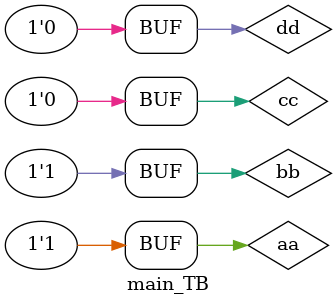
<source format=sv>
`timescale 1ns/1ns

module MyMain(input a,b,c,d, output w);
	supply1 Vdd;
	supply0 Gnd;
	wire nd, i, j, k, l, m, n;
	pmos #(4, 7, 9) P1(nd, Vdd, d);
	nmos #(3, 5, 7) N1(nd, Gnd, d);
	pmos #(4, 7, 9) P2(i, Vdd, a);
	pmos #(4, 7, 9) P3(i, Vdd, b);
	pmos #(4, 7, 9) P4(w, i, nd);
	pmos #(4, 7, 9) p5(j, Vdd, c);
	pmos #(4, 7, 9) P6(w, j, d);
	nmos #(3, 5, 7) N2(k, Gnd, c);
	nmos #(3, 5, 7) N3(k, Gnd, d);
	nmos #(3, 5, 7) N4(w, k, nd);
	nmos #(3, 5, 7) N5(l, k, b);
	nmos #(3, 5, 7) N6(w, l, a);
endmodule

module main_TB();
	logic aa = 0, bb = 1, cc = 0, dd = 1;
	wire w;
	MyMain M1(aa, bb, cc, dd, w);
	initial begin
		#100 aa = 1;
		#100 dd = 0;
	end

endmodule


</source>
